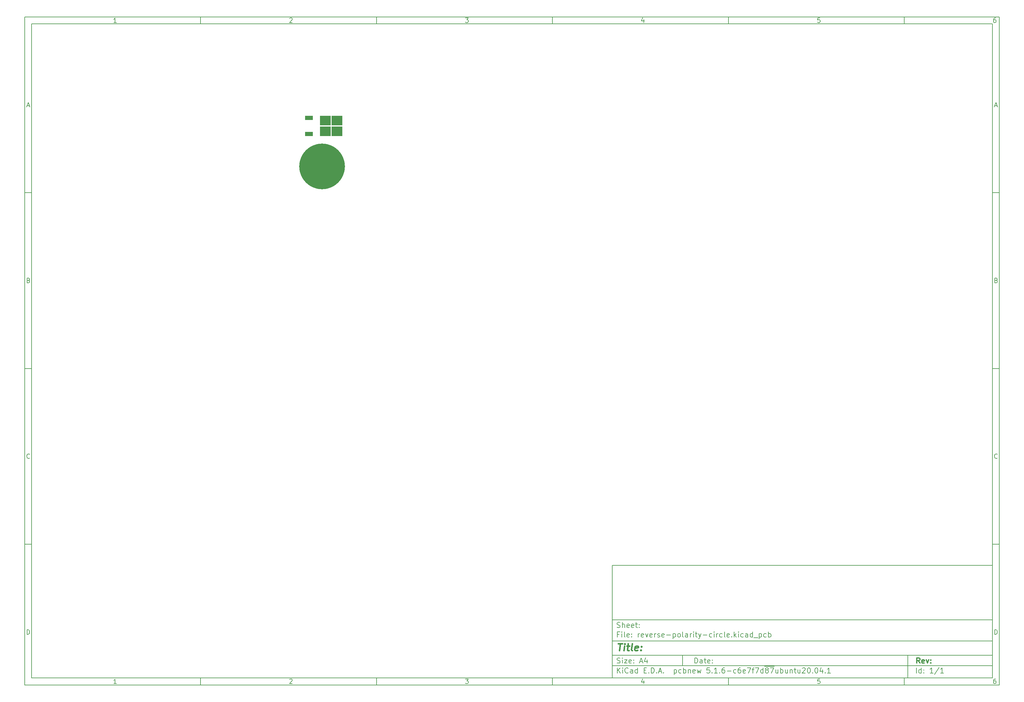
<source format=gbr>
G04 #@! TF.GenerationSoftware,KiCad,Pcbnew,5.1.6-c6e7f7d~87~ubuntu20.04.1*
G04 #@! TF.CreationDate,2020-08-14T09:14:16+02:00*
G04 #@! TF.ProjectId,reverse-polarity-circle,72657665-7273-4652-9d70-6f6c61726974,rev?*
G04 #@! TF.SameCoordinates,Original*
G04 #@! TF.FileFunction,Paste,Top*
G04 #@! TF.FilePolarity,Positive*
%FSLAX46Y46*%
G04 Gerber Fmt 4.6, Leading zero omitted, Abs format (unit mm)*
G04 Created by KiCad (PCBNEW 5.1.6-c6e7f7d~87~ubuntu20.04.1) date 2020-08-14 09:14:16*
%MOMM*%
%LPD*%
G01*
G04 APERTURE LIST*
%ADD10C,0.100000*%
%ADD11C,0.150000*%
%ADD12C,0.300000*%
%ADD13C,0.400000*%
%ADD14R,2.200000X1.200000*%
%ADD15R,3.050000X2.750000*%
%ADD16C,13.000000*%
G04 APERTURE END LIST*
D10*
D11*
X177002200Y-166007200D02*
X177002200Y-198007200D01*
X285002200Y-198007200D01*
X285002200Y-166007200D01*
X177002200Y-166007200D01*
D10*
D11*
X10000000Y-10000000D02*
X10000000Y-200007200D01*
X287002200Y-200007200D01*
X287002200Y-10000000D01*
X10000000Y-10000000D01*
D10*
D11*
X12000000Y-12000000D02*
X12000000Y-198007200D01*
X285002200Y-198007200D01*
X285002200Y-12000000D01*
X12000000Y-12000000D01*
D10*
D11*
X60000000Y-12000000D02*
X60000000Y-10000000D01*
D10*
D11*
X110000000Y-12000000D02*
X110000000Y-10000000D01*
D10*
D11*
X160000000Y-12000000D02*
X160000000Y-10000000D01*
D10*
D11*
X210000000Y-12000000D02*
X210000000Y-10000000D01*
D10*
D11*
X260000000Y-12000000D02*
X260000000Y-10000000D01*
D10*
D11*
X36065476Y-11588095D02*
X35322619Y-11588095D01*
X35694047Y-11588095D02*
X35694047Y-10288095D01*
X35570238Y-10473809D01*
X35446428Y-10597619D01*
X35322619Y-10659523D01*
D10*
D11*
X85322619Y-10411904D02*
X85384523Y-10350000D01*
X85508333Y-10288095D01*
X85817857Y-10288095D01*
X85941666Y-10350000D01*
X86003571Y-10411904D01*
X86065476Y-10535714D01*
X86065476Y-10659523D01*
X86003571Y-10845238D01*
X85260714Y-11588095D01*
X86065476Y-11588095D01*
D10*
D11*
X135260714Y-10288095D02*
X136065476Y-10288095D01*
X135632142Y-10783333D01*
X135817857Y-10783333D01*
X135941666Y-10845238D01*
X136003571Y-10907142D01*
X136065476Y-11030952D01*
X136065476Y-11340476D01*
X136003571Y-11464285D01*
X135941666Y-11526190D01*
X135817857Y-11588095D01*
X135446428Y-11588095D01*
X135322619Y-11526190D01*
X135260714Y-11464285D01*
D10*
D11*
X185941666Y-10721428D02*
X185941666Y-11588095D01*
X185632142Y-10226190D02*
X185322619Y-11154761D01*
X186127380Y-11154761D01*
D10*
D11*
X236003571Y-10288095D02*
X235384523Y-10288095D01*
X235322619Y-10907142D01*
X235384523Y-10845238D01*
X235508333Y-10783333D01*
X235817857Y-10783333D01*
X235941666Y-10845238D01*
X236003571Y-10907142D01*
X236065476Y-11030952D01*
X236065476Y-11340476D01*
X236003571Y-11464285D01*
X235941666Y-11526190D01*
X235817857Y-11588095D01*
X235508333Y-11588095D01*
X235384523Y-11526190D01*
X235322619Y-11464285D01*
D10*
D11*
X285941666Y-10288095D02*
X285694047Y-10288095D01*
X285570238Y-10350000D01*
X285508333Y-10411904D01*
X285384523Y-10597619D01*
X285322619Y-10845238D01*
X285322619Y-11340476D01*
X285384523Y-11464285D01*
X285446428Y-11526190D01*
X285570238Y-11588095D01*
X285817857Y-11588095D01*
X285941666Y-11526190D01*
X286003571Y-11464285D01*
X286065476Y-11340476D01*
X286065476Y-11030952D01*
X286003571Y-10907142D01*
X285941666Y-10845238D01*
X285817857Y-10783333D01*
X285570238Y-10783333D01*
X285446428Y-10845238D01*
X285384523Y-10907142D01*
X285322619Y-11030952D01*
D10*
D11*
X60000000Y-198007200D02*
X60000000Y-200007200D01*
D10*
D11*
X110000000Y-198007200D02*
X110000000Y-200007200D01*
D10*
D11*
X160000000Y-198007200D02*
X160000000Y-200007200D01*
D10*
D11*
X210000000Y-198007200D02*
X210000000Y-200007200D01*
D10*
D11*
X260000000Y-198007200D02*
X260000000Y-200007200D01*
D10*
D11*
X36065476Y-199595295D02*
X35322619Y-199595295D01*
X35694047Y-199595295D02*
X35694047Y-198295295D01*
X35570238Y-198481009D01*
X35446428Y-198604819D01*
X35322619Y-198666723D01*
D10*
D11*
X85322619Y-198419104D02*
X85384523Y-198357200D01*
X85508333Y-198295295D01*
X85817857Y-198295295D01*
X85941666Y-198357200D01*
X86003571Y-198419104D01*
X86065476Y-198542914D01*
X86065476Y-198666723D01*
X86003571Y-198852438D01*
X85260714Y-199595295D01*
X86065476Y-199595295D01*
D10*
D11*
X135260714Y-198295295D02*
X136065476Y-198295295D01*
X135632142Y-198790533D01*
X135817857Y-198790533D01*
X135941666Y-198852438D01*
X136003571Y-198914342D01*
X136065476Y-199038152D01*
X136065476Y-199347676D01*
X136003571Y-199471485D01*
X135941666Y-199533390D01*
X135817857Y-199595295D01*
X135446428Y-199595295D01*
X135322619Y-199533390D01*
X135260714Y-199471485D01*
D10*
D11*
X185941666Y-198728628D02*
X185941666Y-199595295D01*
X185632142Y-198233390D02*
X185322619Y-199161961D01*
X186127380Y-199161961D01*
D10*
D11*
X236003571Y-198295295D02*
X235384523Y-198295295D01*
X235322619Y-198914342D01*
X235384523Y-198852438D01*
X235508333Y-198790533D01*
X235817857Y-198790533D01*
X235941666Y-198852438D01*
X236003571Y-198914342D01*
X236065476Y-199038152D01*
X236065476Y-199347676D01*
X236003571Y-199471485D01*
X235941666Y-199533390D01*
X235817857Y-199595295D01*
X235508333Y-199595295D01*
X235384523Y-199533390D01*
X235322619Y-199471485D01*
D10*
D11*
X285941666Y-198295295D02*
X285694047Y-198295295D01*
X285570238Y-198357200D01*
X285508333Y-198419104D01*
X285384523Y-198604819D01*
X285322619Y-198852438D01*
X285322619Y-199347676D01*
X285384523Y-199471485D01*
X285446428Y-199533390D01*
X285570238Y-199595295D01*
X285817857Y-199595295D01*
X285941666Y-199533390D01*
X286003571Y-199471485D01*
X286065476Y-199347676D01*
X286065476Y-199038152D01*
X286003571Y-198914342D01*
X285941666Y-198852438D01*
X285817857Y-198790533D01*
X285570238Y-198790533D01*
X285446428Y-198852438D01*
X285384523Y-198914342D01*
X285322619Y-199038152D01*
D10*
D11*
X10000000Y-60000000D02*
X12000000Y-60000000D01*
D10*
D11*
X10000000Y-110000000D02*
X12000000Y-110000000D01*
D10*
D11*
X10000000Y-160000000D02*
X12000000Y-160000000D01*
D10*
D11*
X10690476Y-35216666D02*
X11309523Y-35216666D01*
X10566666Y-35588095D02*
X11000000Y-34288095D01*
X11433333Y-35588095D01*
D10*
D11*
X11092857Y-84907142D02*
X11278571Y-84969047D01*
X11340476Y-85030952D01*
X11402380Y-85154761D01*
X11402380Y-85340476D01*
X11340476Y-85464285D01*
X11278571Y-85526190D01*
X11154761Y-85588095D01*
X10659523Y-85588095D01*
X10659523Y-84288095D01*
X11092857Y-84288095D01*
X11216666Y-84350000D01*
X11278571Y-84411904D01*
X11340476Y-84535714D01*
X11340476Y-84659523D01*
X11278571Y-84783333D01*
X11216666Y-84845238D01*
X11092857Y-84907142D01*
X10659523Y-84907142D01*
D10*
D11*
X11402380Y-135464285D02*
X11340476Y-135526190D01*
X11154761Y-135588095D01*
X11030952Y-135588095D01*
X10845238Y-135526190D01*
X10721428Y-135402380D01*
X10659523Y-135278571D01*
X10597619Y-135030952D01*
X10597619Y-134845238D01*
X10659523Y-134597619D01*
X10721428Y-134473809D01*
X10845238Y-134350000D01*
X11030952Y-134288095D01*
X11154761Y-134288095D01*
X11340476Y-134350000D01*
X11402380Y-134411904D01*
D10*
D11*
X10659523Y-185588095D02*
X10659523Y-184288095D01*
X10969047Y-184288095D01*
X11154761Y-184350000D01*
X11278571Y-184473809D01*
X11340476Y-184597619D01*
X11402380Y-184845238D01*
X11402380Y-185030952D01*
X11340476Y-185278571D01*
X11278571Y-185402380D01*
X11154761Y-185526190D01*
X10969047Y-185588095D01*
X10659523Y-185588095D01*
D10*
D11*
X287002200Y-60000000D02*
X285002200Y-60000000D01*
D10*
D11*
X287002200Y-110000000D02*
X285002200Y-110000000D01*
D10*
D11*
X287002200Y-160000000D02*
X285002200Y-160000000D01*
D10*
D11*
X285692676Y-35216666D02*
X286311723Y-35216666D01*
X285568866Y-35588095D02*
X286002200Y-34288095D01*
X286435533Y-35588095D01*
D10*
D11*
X286095057Y-84907142D02*
X286280771Y-84969047D01*
X286342676Y-85030952D01*
X286404580Y-85154761D01*
X286404580Y-85340476D01*
X286342676Y-85464285D01*
X286280771Y-85526190D01*
X286156961Y-85588095D01*
X285661723Y-85588095D01*
X285661723Y-84288095D01*
X286095057Y-84288095D01*
X286218866Y-84350000D01*
X286280771Y-84411904D01*
X286342676Y-84535714D01*
X286342676Y-84659523D01*
X286280771Y-84783333D01*
X286218866Y-84845238D01*
X286095057Y-84907142D01*
X285661723Y-84907142D01*
D10*
D11*
X286404580Y-135464285D02*
X286342676Y-135526190D01*
X286156961Y-135588095D01*
X286033152Y-135588095D01*
X285847438Y-135526190D01*
X285723628Y-135402380D01*
X285661723Y-135278571D01*
X285599819Y-135030952D01*
X285599819Y-134845238D01*
X285661723Y-134597619D01*
X285723628Y-134473809D01*
X285847438Y-134350000D01*
X286033152Y-134288095D01*
X286156961Y-134288095D01*
X286342676Y-134350000D01*
X286404580Y-134411904D01*
D10*
D11*
X285661723Y-185588095D02*
X285661723Y-184288095D01*
X285971247Y-184288095D01*
X286156961Y-184350000D01*
X286280771Y-184473809D01*
X286342676Y-184597619D01*
X286404580Y-184845238D01*
X286404580Y-185030952D01*
X286342676Y-185278571D01*
X286280771Y-185402380D01*
X286156961Y-185526190D01*
X285971247Y-185588095D01*
X285661723Y-185588095D01*
D10*
D11*
X200434342Y-193785771D02*
X200434342Y-192285771D01*
X200791485Y-192285771D01*
X201005771Y-192357200D01*
X201148628Y-192500057D01*
X201220057Y-192642914D01*
X201291485Y-192928628D01*
X201291485Y-193142914D01*
X201220057Y-193428628D01*
X201148628Y-193571485D01*
X201005771Y-193714342D01*
X200791485Y-193785771D01*
X200434342Y-193785771D01*
X202577200Y-193785771D02*
X202577200Y-193000057D01*
X202505771Y-192857200D01*
X202362914Y-192785771D01*
X202077200Y-192785771D01*
X201934342Y-192857200D01*
X202577200Y-193714342D02*
X202434342Y-193785771D01*
X202077200Y-193785771D01*
X201934342Y-193714342D01*
X201862914Y-193571485D01*
X201862914Y-193428628D01*
X201934342Y-193285771D01*
X202077200Y-193214342D01*
X202434342Y-193214342D01*
X202577200Y-193142914D01*
X203077200Y-192785771D02*
X203648628Y-192785771D01*
X203291485Y-192285771D02*
X203291485Y-193571485D01*
X203362914Y-193714342D01*
X203505771Y-193785771D01*
X203648628Y-193785771D01*
X204720057Y-193714342D02*
X204577200Y-193785771D01*
X204291485Y-193785771D01*
X204148628Y-193714342D01*
X204077200Y-193571485D01*
X204077200Y-193000057D01*
X204148628Y-192857200D01*
X204291485Y-192785771D01*
X204577200Y-192785771D01*
X204720057Y-192857200D01*
X204791485Y-193000057D01*
X204791485Y-193142914D01*
X204077200Y-193285771D01*
X205434342Y-193642914D02*
X205505771Y-193714342D01*
X205434342Y-193785771D01*
X205362914Y-193714342D01*
X205434342Y-193642914D01*
X205434342Y-193785771D01*
X205434342Y-192857200D02*
X205505771Y-192928628D01*
X205434342Y-193000057D01*
X205362914Y-192928628D01*
X205434342Y-192857200D01*
X205434342Y-193000057D01*
D10*
D11*
X177002200Y-194507200D02*
X285002200Y-194507200D01*
D10*
D11*
X178434342Y-196585771D02*
X178434342Y-195085771D01*
X179291485Y-196585771D02*
X178648628Y-195728628D01*
X179291485Y-195085771D02*
X178434342Y-195942914D01*
X179934342Y-196585771D02*
X179934342Y-195585771D01*
X179934342Y-195085771D02*
X179862914Y-195157200D01*
X179934342Y-195228628D01*
X180005771Y-195157200D01*
X179934342Y-195085771D01*
X179934342Y-195228628D01*
X181505771Y-196442914D02*
X181434342Y-196514342D01*
X181220057Y-196585771D01*
X181077200Y-196585771D01*
X180862914Y-196514342D01*
X180720057Y-196371485D01*
X180648628Y-196228628D01*
X180577200Y-195942914D01*
X180577200Y-195728628D01*
X180648628Y-195442914D01*
X180720057Y-195300057D01*
X180862914Y-195157200D01*
X181077200Y-195085771D01*
X181220057Y-195085771D01*
X181434342Y-195157200D01*
X181505771Y-195228628D01*
X182791485Y-196585771D02*
X182791485Y-195800057D01*
X182720057Y-195657200D01*
X182577200Y-195585771D01*
X182291485Y-195585771D01*
X182148628Y-195657200D01*
X182791485Y-196514342D02*
X182648628Y-196585771D01*
X182291485Y-196585771D01*
X182148628Y-196514342D01*
X182077200Y-196371485D01*
X182077200Y-196228628D01*
X182148628Y-196085771D01*
X182291485Y-196014342D01*
X182648628Y-196014342D01*
X182791485Y-195942914D01*
X184148628Y-196585771D02*
X184148628Y-195085771D01*
X184148628Y-196514342D02*
X184005771Y-196585771D01*
X183720057Y-196585771D01*
X183577200Y-196514342D01*
X183505771Y-196442914D01*
X183434342Y-196300057D01*
X183434342Y-195871485D01*
X183505771Y-195728628D01*
X183577200Y-195657200D01*
X183720057Y-195585771D01*
X184005771Y-195585771D01*
X184148628Y-195657200D01*
X186005771Y-195800057D02*
X186505771Y-195800057D01*
X186720057Y-196585771D02*
X186005771Y-196585771D01*
X186005771Y-195085771D01*
X186720057Y-195085771D01*
X187362914Y-196442914D02*
X187434342Y-196514342D01*
X187362914Y-196585771D01*
X187291485Y-196514342D01*
X187362914Y-196442914D01*
X187362914Y-196585771D01*
X188077200Y-196585771D02*
X188077200Y-195085771D01*
X188434342Y-195085771D01*
X188648628Y-195157200D01*
X188791485Y-195300057D01*
X188862914Y-195442914D01*
X188934342Y-195728628D01*
X188934342Y-195942914D01*
X188862914Y-196228628D01*
X188791485Y-196371485D01*
X188648628Y-196514342D01*
X188434342Y-196585771D01*
X188077200Y-196585771D01*
X189577200Y-196442914D02*
X189648628Y-196514342D01*
X189577200Y-196585771D01*
X189505771Y-196514342D01*
X189577200Y-196442914D01*
X189577200Y-196585771D01*
X190220057Y-196157200D02*
X190934342Y-196157200D01*
X190077200Y-196585771D02*
X190577200Y-195085771D01*
X191077200Y-196585771D01*
X191577200Y-196442914D02*
X191648628Y-196514342D01*
X191577200Y-196585771D01*
X191505771Y-196514342D01*
X191577200Y-196442914D01*
X191577200Y-196585771D01*
X194577200Y-195585771D02*
X194577200Y-197085771D01*
X194577200Y-195657200D02*
X194720057Y-195585771D01*
X195005771Y-195585771D01*
X195148628Y-195657200D01*
X195220057Y-195728628D01*
X195291485Y-195871485D01*
X195291485Y-196300057D01*
X195220057Y-196442914D01*
X195148628Y-196514342D01*
X195005771Y-196585771D01*
X194720057Y-196585771D01*
X194577200Y-196514342D01*
X196577200Y-196514342D02*
X196434342Y-196585771D01*
X196148628Y-196585771D01*
X196005771Y-196514342D01*
X195934342Y-196442914D01*
X195862914Y-196300057D01*
X195862914Y-195871485D01*
X195934342Y-195728628D01*
X196005771Y-195657200D01*
X196148628Y-195585771D01*
X196434342Y-195585771D01*
X196577200Y-195657200D01*
X197220057Y-196585771D02*
X197220057Y-195085771D01*
X197220057Y-195657200D02*
X197362914Y-195585771D01*
X197648628Y-195585771D01*
X197791485Y-195657200D01*
X197862914Y-195728628D01*
X197934342Y-195871485D01*
X197934342Y-196300057D01*
X197862914Y-196442914D01*
X197791485Y-196514342D01*
X197648628Y-196585771D01*
X197362914Y-196585771D01*
X197220057Y-196514342D01*
X198577200Y-195585771D02*
X198577200Y-196585771D01*
X198577200Y-195728628D02*
X198648628Y-195657200D01*
X198791485Y-195585771D01*
X199005771Y-195585771D01*
X199148628Y-195657200D01*
X199220057Y-195800057D01*
X199220057Y-196585771D01*
X200505771Y-196514342D02*
X200362914Y-196585771D01*
X200077200Y-196585771D01*
X199934342Y-196514342D01*
X199862914Y-196371485D01*
X199862914Y-195800057D01*
X199934342Y-195657200D01*
X200077200Y-195585771D01*
X200362914Y-195585771D01*
X200505771Y-195657200D01*
X200577200Y-195800057D01*
X200577200Y-195942914D01*
X199862914Y-196085771D01*
X201077200Y-195585771D02*
X201362914Y-196585771D01*
X201648628Y-195871485D01*
X201934342Y-196585771D01*
X202220057Y-195585771D01*
X204648628Y-195085771D02*
X203934342Y-195085771D01*
X203862914Y-195800057D01*
X203934342Y-195728628D01*
X204077200Y-195657200D01*
X204434342Y-195657200D01*
X204577200Y-195728628D01*
X204648628Y-195800057D01*
X204720057Y-195942914D01*
X204720057Y-196300057D01*
X204648628Y-196442914D01*
X204577200Y-196514342D01*
X204434342Y-196585771D01*
X204077200Y-196585771D01*
X203934342Y-196514342D01*
X203862914Y-196442914D01*
X205362914Y-196442914D02*
X205434342Y-196514342D01*
X205362914Y-196585771D01*
X205291485Y-196514342D01*
X205362914Y-196442914D01*
X205362914Y-196585771D01*
X206862914Y-196585771D02*
X206005771Y-196585771D01*
X206434342Y-196585771D02*
X206434342Y-195085771D01*
X206291485Y-195300057D01*
X206148628Y-195442914D01*
X206005771Y-195514342D01*
X207505771Y-196442914D02*
X207577200Y-196514342D01*
X207505771Y-196585771D01*
X207434342Y-196514342D01*
X207505771Y-196442914D01*
X207505771Y-196585771D01*
X208862914Y-195085771D02*
X208577200Y-195085771D01*
X208434342Y-195157200D01*
X208362914Y-195228628D01*
X208220057Y-195442914D01*
X208148628Y-195728628D01*
X208148628Y-196300057D01*
X208220057Y-196442914D01*
X208291485Y-196514342D01*
X208434342Y-196585771D01*
X208720057Y-196585771D01*
X208862914Y-196514342D01*
X208934342Y-196442914D01*
X209005771Y-196300057D01*
X209005771Y-195942914D01*
X208934342Y-195800057D01*
X208862914Y-195728628D01*
X208720057Y-195657200D01*
X208434342Y-195657200D01*
X208291485Y-195728628D01*
X208220057Y-195800057D01*
X208148628Y-195942914D01*
X209648628Y-196014342D02*
X210791485Y-196014342D01*
X212148628Y-196514342D02*
X212005771Y-196585771D01*
X211720057Y-196585771D01*
X211577200Y-196514342D01*
X211505771Y-196442914D01*
X211434342Y-196300057D01*
X211434342Y-195871485D01*
X211505771Y-195728628D01*
X211577200Y-195657200D01*
X211720057Y-195585771D01*
X212005771Y-195585771D01*
X212148628Y-195657200D01*
X213434342Y-195085771D02*
X213148628Y-195085771D01*
X213005771Y-195157200D01*
X212934342Y-195228628D01*
X212791485Y-195442914D01*
X212720057Y-195728628D01*
X212720057Y-196300057D01*
X212791485Y-196442914D01*
X212862914Y-196514342D01*
X213005771Y-196585771D01*
X213291485Y-196585771D01*
X213434342Y-196514342D01*
X213505771Y-196442914D01*
X213577200Y-196300057D01*
X213577200Y-195942914D01*
X213505771Y-195800057D01*
X213434342Y-195728628D01*
X213291485Y-195657200D01*
X213005771Y-195657200D01*
X212862914Y-195728628D01*
X212791485Y-195800057D01*
X212720057Y-195942914D01*
X214791485Y-196514342D02*
X214648628Y-196585771D01*
X214362914Y-196585771D01*
X214220057Y-196514342D01*
X214148628Y-196371485D01*
X214148628Y-195800057D01*
X214220057Y-195657200D01*
X214362914Y-195585771D01*
X214648628Y-195585771D01*
X214791485Y-195657200D01*
X214862914Y-195800057D01*
X214862914Y-195942914D01*
X214148628Y-196085771D01*
X215362914Y-195085771D02*
X216362914Y-195085771D01*
X215720057Y-196585771D01*
X216720057Y-195585771D02*
X217291485Y-195585771D01*
X216934342Y-196585771D02*
X216934342Y-195300057D01*
X217005771Y-195157200D01*
X217148628Y-195085771D01*
X217291485Y-195085771D01*
X217648628Y-195085771D02*
X218648628Y-195085771D01*
X218005771Y-196585771D01*
X219862914Y-196585771D02*
X219862914Y-195085771D01*
X219862914Y-196514342D02*
X219720057Y-196585771D01*
X219434342Y-196585771D01*
X219291485Y-196514342D01*
X219220057Y-196442914D01*
X219148628Y-196300057D01*
X219148628Y-195871485D01*
X219220057Y-195728628D01*
X219291485Y-195657200D01*
X219434342Y-195585771D01*
X219720057Y-195585771D01*
X219862914Y-195657200D01*
X220220057Y-194677200D02*
X221648628Y-194677200D01*
X220791485Y-195728628D02*
X220648628Y-195657200D01*
X220577200Y-195585771D01*
X220505771Y-195442914D01*
X220505771Y-195371485D01*
X220577200Y-195228628D01*
X220648628Y-195157200D01*
X220791485Y-195085771D01*
X221077200Y-195085771D01*
X221220057Y-195157200D01*
X221291485Y-195228628D01*
X221362914Y-195371485D01*
X221362914Y-195442914D01*
X221291485Y-195585771D01*
X221220057Y-195657200D01*
X221077200Y-195728628D01*
X220791485Y-195728628D01*
X220648628Y-195800057D01*
X220577200Y-195871485D01*
X220505771Y-196014342D01*
X220505771Y-196300057D01*
X220577200Y-196442914D01*
X220648628Y-196514342D01*
X220791485Y-196585771D01*
X221077200Y-196585771D01*
X221220057Y-196514342D01*
X221291485Y-196442914D01*
X221362914Y-196300057D01*
X221362914Y-196014342D01*
X221291485Y-195871485D01*
X221220057Y-195800057D01*
X221077200Y-195728628D01*
X221648628Y-194677200D02*
X223077200Y-194677200D01*
X221862914Y-195085771D02*
X222862914Y-195085771D01*
X222220057Y-196585771D01*
X224077200Y-195585771D02*
X224077200Y-196585771D01*
X223434342Y-195585771D02*
X223434342Y-196371485D01*
X223505771Y-196514342D01*
X223648628Y-196585771D01*
X223862914Y-196585771D01*
X224005771Y-196514342D01*
X224077200Y-196442914D01*
X224791485Y-196585771D02*
X224791485Y-195085771D01*
X224791485Y-195657200D02*
X224934342Y-195585771D01*
X225220057Y-195585771D01*
X225362914Y-195657200D01*
X225434342Y-195728628D01*
X225505771Y-195871485D01*
X225505771Y-196300057D01*
X225434342Y-196442914D01*
X225362914Y-196514342D01*
X225220057Y-196585771D01*
X224934342Y-196585771D01*
X224791485Y-196514342D01*
X226791485Y-195585771D02*
X226791485Y-196585771D01*
X226148628Y-195585771D02*
X226148628Y-196371485D01*
X226220057Y-196514342D01*
X226362914Y-196585771D01*
X226577200Y-196585771D01*
X226720057Y-196514342D01*
X226791485Y-196442914D01*
X227505771Y-195585771D02*
X227505771Y-196585771D01*
X227505771Y-195728628D02*
X227577200Y-195657200D01*
X227720057Y-195585771D01*
X227934342Y-195585771D01*
X228077200Y-195657200D01*
X228148628Y-195800057D01*
X228148628Y-196585771D01*
X228648628Y-195585771D02*
X229220057Y-195585771D01*
X228862914Y-195085771D02*
X228862914Y-196371485D01*
X228934342Y-196514342D01*
X229077200Y-196585771D01*
X229220057Y-196585771D01*
X230362914Y-195585771D02*
X230362914Y-196585771D01*
X229720057Y-195585771D02*
X229720057Y-196371485D01*
X229791485Y-196514342D01*
X229934342Y-196585771D01*
X230148628Y-196585771D01*
X230291485Y-196514342D01*
X230362914Y-196442914D01*
X231005771Y-195228628D02*
X231077200Y-195157200D01*
X231220057Y-195085771D01*
X231577200Y-195085771D01*
X231720057Y-195157200D01*
X231791485Y-195228628D01*
X231862914Y-195371485D01*
X231862914Y-195514342D01*
X231791485Y-195728628D01*
X230934342Y-196585771D01*
X231862914Y-196585771D01*
X232791485Y-195085771D02*
X232934342Y-195085771D01*
X233077200Y-195157200D01*
X233148628Y-195228628D01*
X233220057Y-195371485D01*
X233291485Y-195657200D01*
X233291485Y-196014342D01*
X233220057Y-196300057D01*
X233148628Y-196442914D01*
X233077200Y-196514342D01*
X232934342Y-196585771D01*
X232791485Y-196585771D01*
X232648628Y-196514342D01*
X232577200Y-196442914D01*
X232505771Y-196300057D01*
X232434342Y-196014342D01*
X232434342Y-195657200D01*
X232505771Y-195371485D01*
X232577200Y-195228628D01*
X232648628Y-195157200D01*
X232791485Y-195085771D01*
X233934342Y-196442914D02*
X234005771Y-196514342D01*
X233934342Y-196585771D01*
X233862914Y-196514342D01*
X233934342Y-196442914D01*
X233934342Y-196585771D01*
X234934342Y-195085771D02*
X235077200Y-195085771D01*
X235220057Y-195157200D01*
X235291485Y-195228628D01*
X235362914Y-195371485D01*
X235434342Y-195657200D01*
X235434342Y-196014342D01*
X235362914Y-196300057D01*
X235291485Y-196442914D01*
X235220057Y-196514342D01*
X235077200Y-196585771D01*
X234934342Y-196585771D01*
X234791485Y-196514342D01*
X234720057Y-196442914D01*
X234648628Y-196300057D01*
X234577200Y-196014342D01*
X234577200Y-195657200D01*
X234648628Y-195371485D01*
X234720057Y-195228628D01*
X234791485Y-195157200D01*
X234934342Y-195085771D01*
X236720057Y-195585771D02*
X236720057Y-196585771D01*
X236362914Y-195014342D02*
X236005771Y-196085771D01*
X236934342Y-196085771D01*
X237505771Y-196442914D02*
X237577199Y-196514342D01*
X237505771Y-196585771D01*
X237434342Y-196514342D01*
X237505771Y-196442914D01*
X237505771Y-196585771D01*
X239005771Y-196585771D02*
X238148628Y-196585771D01*
X238577200Y-196585771D02*
X238577200Y-195085771D01*
X238434342Y-195300057D01*
X238291485Y-195442914D01*
X238148628Y-195514342D01*
D10*
D11*
X177002200Y-191507200D02*
X285002200Y-191507200D01*
D10*
D12*
X264411485Y-193785771D02*
X263911485Y-193071485D01*
X263554342Y-193785771D02*
X263554342Y-192285771D01*
X264125771Y-192285771D01*
X264268628Y-192357200D01*
X264340057Y-192428628D01*
X264411485Y-192571485D01*
X264411485Y-192785771D01*
X264340057Y-192928628D01*
X264268628Y-193000057D01*
X264125771Y-193071485D01*
X263554342Y-193071485D01*
X265625771Y-193714342D02*
X265482914Y-193785771D01*
X265197200Y-193785771D01*
X265054342Y-193714342D01*
X264982914Y-193571485D01*
X264982914Y-193000057D01*
X265054342Y-192857200D01*
X265197200Y-192785771D01*
X265482914Y-192785771D01*
X265625771Y-192857200D01*
X265697200Y-193000057D01*
X265697200Y-193142914D01*
X264982914Y-193285771D01*
X266197200Y-192785771D02*
X266554342Y-193785771D01*
X266911485Y-192785771D01*
X267482914Y-193642914D02*
X267554342Y-193714342D01*
X267482914Y-193785771D01*
X267411485Y-193714342D01*
X267482914Y-193642914D01*
X267482914Y-193785771D01*
X267482914Y-192857200D02*
X267554342Y-192928628D01*
X267482914Y-193000057D01*
X267411485Y-192928628D01*
X267482914Y-192857200D01*
X267482914Y-193000057D01*
D10*
D11*
X178362914Y-193714342D02*
X178577200Y-193785771D01*
X178934342Y-193785771D01*
X179077200Y-193714342D01*
X179148628Y-193642914D01*
X179220057Y-193500057D01*
X179220057Y-193357200D01*
X179148628Y-193214342D01*
X179077200Y-193142914D01*
X178934342Y-193071485D01*
X178648628Y-193000057D01*
X178505771Y-192928628D01*
X178434342Y-192857200D01*
X178362914Y-192714342D01*
X178362914Y-192571485D01*
X178434342Y-192428628D01*
X178505771Y-192357200D01*
X178648628Y-192285771D01*
X179005771Y-192285771D01*
X179220057Y-192357200D01*
X179862914Y-193785771D02*
X179862914Y-192785771D01*
X179862914Y-192285771D02*
X179791485Y-192357200D01*
X179862914Y-192428628D01*
X179934342Y-192357200D01*
X179862914Y-192285771D01*
X179862914Y-192428628D01*
X180434342Y-192785771D02*
X181220057Y-192785771D01*
X180434342Y-193785771D01*
X181220057Y-193785771D01*
X182362914Y-193714342D02*
X182220057Y-193785771D01*
X181934342Y-193785771D01*
X181791485Y-193714342D01*
X181720057Y-193571485D01*
X181720057Y-193000057D01*
X181791485Y-192857200D01*
X181934342Y-192785771D01*
X182220057Y-192785771D01*
X182362914Y-192857200D01*
X182434342Y-193000057D01*
X182434342Y-193142914D01*
X181720057Y-193285771D01*
X183077200Y-193642914D02*
X183148628Y-193714342D01*
X183077200Y-193785771D01*
X183005771Y-193714342D01*
X183077200Y-193642914D01*
X183077200Y-193785771D01*
X183077200Y-192857200D02*
X183148628Y-192928628D01*
X183077200Y-193000057D01*
X183005771Y-192928628D01*
X183077200Y-192857200D01*
X183077200Y-193000057D01*
X184862914Y-193357200D02*
X185577200Y-193357200D01*
X184720057Y-193785771D02*
X185220057Y-192285771D01*
X185720057Y-193785771D01*
X186862914Y-192785771D02*
X186862914Y-193785771D01*
X186505771Y-192214342D02*
X186148628Y-193285771D01*
X187077200Y-193285771D01*
D10*
D11*
X263434342Y-196585771D02*
X263434342Y-195085771D01*
X264791485Y-196585771D02*
X264791485Y-195085771D01*
X264791485Y-196514342D02*
X264648628Y-196585771D01*
X264362914Y-196585771D01*
X264220057Y-196514342D01*
X264148628Y-196442914D01*
X264077200Y-196300057D01*
X264077200Y-195871485D01*
X264148628Y-195728628D01*
X264220057Y-195657200D01*
X264362914Y-195585771D01*
X264648628Y-195585771D01*
X264791485Y-195657200D01*
X265505771Y-196442914D02*
X265577200Y-196514342D01*
X265505771Y-196585771D01*
X265434342Y-196514342D01*
X265505771Y-196442914D01*
X265505771Y-196585771D01*
X265505771Y-195657200D02*
X265577200Y-195728628D01*
X265505771Y-195800057D01*
X265434342Y-195728628D01*
X265505771Y-195657200D01*
X265505771Y-195800057D01*
X268148628Y-196585771D02*
X267291485Y-196585771D01*
X267720057Y-196585771D02*
X267720057Y-195085771D01*
X267577200Y-195300057D01*
X267434342Y-195442914D01*
X267291485Y-195514342D01*
X269862914Y-195014342D02*
X268577200Y-196942914D01*
X271148628Y-196585771D02*
X270291485Y-196585771D01*
X270720057Y-196585771D02*
X270720057Y-195085771D01*
X270577200Y-195300057D01*
X270434342Y-195442914D01*
X270291485Y-195514342D01*
D10*
D11*
X177002200Y-187507200D02*
X285002200Y-187507200D01*
D10*
D13*
X178714580Y-188211961D02*
X179857438Y-188211961D01*
X179036009Y-190211961D02*
X179286009Y-188211961D01*
X180274104Y-190211961D02*
X180440771Y-188878628D01*
X180524104Y-188211961D02*
X180416961Y-188307200D01*
X180500295Y-188402438D01*
X180607438Y-188307200D01*
X180524104Y-188211961D01*
X180500295Y-188402438D01*
X181107438Y-188878628D02*
X181869342Y-188878628D01*
X181476485Y-188211961D02*
X181262200Y-189926247D01*
X181333628Y-190116723D01*
X181512200Y-190211961D01*
X181702676Y-190211961D01*
X182655057Y-190211961D02*
X182476485Y-190116723D01*
X182405057Y-189926247D01*
X182619342Y-188211961D01*
X184190771Y-190116723D02*
X183988390Y-190211961D01*
X183607438Y-190211961D01*
X183428866Y-190116723D01*
X183357438Y-189926247D01*
X183452676Y-189164342D01*
X183571723Y-188973866D01*
X183774104Y-188878628D01*
X184155057Y-188878628D01*
X184333628Y-188973866D01*
X184405057Y-189164342D01*
X184381247Y-189354819D01*
X183405057Y-189545295D01*
X185155057Y-190021485D02*
X185238390Y-190116723D01*
X185131247Y-190211961D01*
X185047914Y-190116723D01*
X185155057Y-190021485D01*
X185131247Y-190211961D01*
X185286009Y-188973866D02*
X185369342Y-189069104D01*
X185262200Y-189164342D01*
X185178866Y-189069104D01*
X185286009Y-188973866D01*
X185262200Y-189164342D01*
D10*
D11*
X178934342Y-185600057D02*
X178434342Y-185600057D01*
X178434342Y-186385771D02*
X178434342Y-184885771D01*
X179148628Y-184885771D01*
X179720057Y-186385771D02*
X179720057Y-185385771D01*
X179720057Y-184885771D02*
X179648628Y-184957200D01*
X179720057Y-185028628D01*
X179791485Y-184957200D01*
X179720057Y-184885771D01*
X179720057Y-185028628D01*
X180648628Y-186385771D02*
X180505771Y-186314342D01*
X180434342Y-186171485D01*
X180434342Y-184885771D01*
X181791485Y-186314342D02*
X181648628Y-186385771D01*
X181362914Y-186385771D01*
X181220057Y-186314342D01*
X181148628Y-186171485D01*
X181148628Y-185600057D01*
X181220057Y-185457200D01*
X181362914Y-185385771D01*
X181648628Y-185385771D01*
X181791485Y-185457200D01*
X181862914Y-185600057D01*
X181862914Y-185742914D01*
X181148628Y-185885771D01*
X182505771Y-186242914D02*
X182577200Y-186314342D01*
X182505771Y-186385771D01*
X182434342Y-186314342D01*
X182505771Y-186242914D01*
X182505771Y-186385771D01*
X182505771Y-185457200D02*
X182577200Y-185528628D01*
X182505771Y-185600057D01*
X182434342Y-185528628D01*
X182505771Y-185457200D01*
X182505771Y-185600057D01*
X184362914Y-186385771D02*
X184362914Y-185385771D01*
X184362914Y-185671485D02*
X184434342Y-185528628D01*
X184505771Y-185457200D01*
X184648628Y-185385771D01*
X184791485Y-185385771D01*
X185862914Y-186314342D02*
X185720057Y-186385771D01*
X185434342Y-186385771D01*
X185291485Y-186314342D01*
X185220057Y-186171485D01*
X185220057Y-185600057D01*
X185291485Y-185457200D01*
X185434342Y-185385771D01*
X185720057Y-185385771D01*
X185862914Y-185457200D01*
X185934342Y-185600057D01*
X185934342Y-185742914D01*
X185220057Y-185885771D01*
X186434342Y-185385771D02*
X186791485Y-186385771D01*
X187148628Y-185385771D01*
X188291485Y-186314342D02*
X188148628Y-186385771D01*
X187862914Y-186385771D01*
X187720057Y-186314342D01*
X187648628Y-186171485D01*
X187648628Y-185600057D01*
X187720057Y-185457200D01*
X187862914Y-185385771D01*
X188148628Y-185385771D01*
X188291485Y-185457200D01*
X188362914Y-185600057D01*
X188362914Y-185742914D01*
X187648628Y-185885771D01*
X189005771Y-186385771D02*
X189005771Y-185385771D01*
X189005771Y-185671485D02*
X189077200Y-185528628D01*
X189148628Y-185457200D01*
X189291485Y-185385771D01*
X189434342Y-185385771D01*
X189862914Y-186314342D02*
X190005771Y-186385771D01*
X190291485Y-186385771D01*
X190434342Y-186314342D01*
X190505771Y-186171485D01*
X190505771Y-186100057D01*
X190434342Y-185957200D01*
X190291485Y-185885771D01*
X190077200Y-185885771D01*
X189934342Y-185814342D01*
X189862914Y-185671485D01*
X189862914Y-185600057D01*
X189934342Y-185457200D01*
X190077200Y-185385771D01*
X190291485Y-185385771D01*
X190434342Y-185457200D01*
X191720057Y-186314342D02*
X191577200Y-186385771D01*
X191291485Y-186385771D01*
X191148628Y-186314342D01*
X191077200Y-186171485D01*
X191077200Y-185600057D01*
X191148628Y-185457200D01*
X191291485Y-185385771D01*
X191577200Y-185385771D01*
X191720057Y-185457200D01*
X191791485Y-185600057D01*
X191791485Y-185742914D01*
X191077200Y-185885771D01*
X192434342Y-185814342D02*
X193577200Y-185814342D01*
X194291485Y-185385771D02*
X194291485Y-186885771D01*
X194291485Y-185457200D02*
X194434342Y-185385771D01*
X194720057Y-185385771D01*
X194862914Y-185457200D01*
X194934342Y-185528628D01*
X195005771Y-185671485D01*
X195005771Y-186100057D01*
X194934342Y-186242914D01*
X194862914Y-186314342D01*
X194720057Y-186385771D01*
X194434342Y-186385771D01*
X194291485Y-186314342D01*
X195862914Y-186385771D02*
X195720057Y-186314342D01*
X195648628Y-186242914D01*
X195577200Y-186100057D01*
X195577200Y-185671485D01*
X195648628Y-185528628D01*
X195720057Y-185457200D01*
X195862914Y-185385771D01*
X196077200Y-185385771D01*
X196220057Y-185457200D01*
X196291485Y-185528628D01*
X196362914Y-185671485D01*
X196362914Y-186100057D01*
X196291485Y-186242914D01*
X196220057Y-186314342D01*
X196077200Y-186385771D01*
X195862914Y-186385771D01*
X197220057Y-186385771D02*
X197077200Y-186314342D01*
X197005771Y-186171485D01*
X197005771Y-184885771D01*
X198434342Y-186385771D02*
X198434342Y-185600057D01*
X198362914Y-185457200D01*
X198220057Y-185385771D01*
X197934342Y-185385771D01*
X197791485Y-185457200D01*
X198434342Y-186314342D02*
X198291485Y-186385771D01*
X197934342Y-186385771D01*
X197791485Y-186314342D01*
X197720057Y-186171485D01*
X197720057Y-186028628D01*
X197791485Y-185885771D01*
X197934342Y-185814342D01*
X198291485Y-185814342D01*
X198434342Y-185742914D01*
X199148628Y-186385771D02*
X199148628Y-185385771D01*
X199148628Y-185671485D02*
X199220057Y-185528628D01*
X199291485Y-185457200D01*
X199434342Y-185385771D01*
X199577200Y-185385771D01*
X200077200Y-186385771D02*
X200077200Y-185385771D01*
X200077200Y-184885771D02*
X200005771Y-184957200D01*
X200077200Y-185028628D01*
X200148628Y-184957200D01*
X200077200Y-184885771D01*
X200077200Y-185028628D01*
X200577200Y-185385771D02*
X201148628Y-185385771D01*
X200791485Y-184885771D02*
X200791485Y-186171485D01*
X200862914Y-186314342D01*
X201005771Y-186385771D01*
X201148628Y-186385771D01*
X201505771Y-185385771D02*
X201862914Y-186385771D01*
X202220057Y-185385771D02*
X201862914Y-186385771D01*
X201720057Y-186742914D01*
X201648628Y-186814342D01*
X201505771Y-186885771D01*
X202791485Y-185814342D02*
X203934342Y-185814342D01*
X205291485Y-186314342D02*
X205148628Y-186385771D01*
X204862914Y-186385771D01*
X204720057Y-186314342D01*
X204648628Y-186242914D01*
X204577200Y-186100057D01*
X204577200Y-185671485D01*
X204648628Y-185528628D01*
X204720057Y-185457200D01*
X204862914Y-185385771D01*
X205148628Y-185385771D01*
X205291485Y-185457200D01*
X205934342Y-186385771D02*
X205934342Y-185385771D01*
X205934342Y-184885771D02*
X205862914Y-184957200D01*
X205934342Y-185028628D01*
X206005771Y-184957200D01*
X205934342Y-184885771D01*
X205934342Y-185028628D01*
X206648628Y-186385771D02*
X206648628Y-185385771D01*
X206648628Y-185671485D02*
X206720057Y-185528628D01*
X206791485Y-185457200D01*
X206934342Y-185385771D01*
X207077200Y-185385771D01*
X208220057Y-186314342D02*
X208077200Y-186385771D01*
X207791485Y-186385771D01*
X207648628Y-186314342D01*
X207577200Y-186242914D01*
X207505771Y-186100057D01*
X207505771Y-185671485D01*
X207577200Y-185528628D01*
X207648628Y-185457200D01*
X207791485Y-185385771D01*
X208077200Y-185385771D01*
X208220057Y-185457200D01*
X209077200Y-186385771D02*
X208934342Y-186314342D01*
X208862914Y-186171485D01*
X208862914Y-184885771D01*
X210220057Y-186314342D02*
X210077200Y-186385771D01*
X209791485Y-186385771D01*
X209648628Y-186314342D01*
X209577200Y-186171485D01*
X209577200Y-185600057D01*
X209648628Y-185457200D01*
X209791485Y-185385771D01*
X210077200Y-185385771D01*
X210220057Y-185457200D01*
X210291485Y-185600057D01*
X210291485Y-185742914D01*
X209577200Y-185885771D01*
X210934342Y-186242914D02*
X211005771Y-186314342D01*
X210934342Y-186385771D01*
X210862914Y-186314342D01*
X210934342Y-186242914D01*
X210934342Y-186385771D01*
X211648628Y-186385771D02*
X211648628Y-184885771D01*
X211791485Y-185814342D02*
X212220057Y-186385771D01*
X212220057Y-185385771D02*
X211648628Y-185957200D01*
X212862914Y-186385771D02*
X212862914Y-185385771D01*
X212862914Y-184885771D02*
X212791485Y-184957200D01*
X212862914Y-185028628D01*
X212934342Y-184957200D01*
X212862914Y-184885771D01*
X212862914Y-185028628D01*
X214220057Y-186314342D02*
X214077200Y-186385771D01*
X213791485Y-186385771D01*
X213648628Y-186314342D01*
X213577200Y-186242914D01*
X213505771Y-186100057D01*
X213505771Y-185671485D01*
X213577200Y-185528628D01*
X213648628Y-185457200D01*
X213791485Y-185385771D01*
X214077200Y-185385771D01*
X214220057Y-185457200D01*
X215505771Y-186385771D02*
X215505771Y-185600057D01*
X215434342Y-185457200D01*
X215291485Y-185385771D01*
X215005771Y-185385771D01*
X214862914Y-185457200D01*
X215505771Y-186314342D02*
X215362914Y-186385771D01*
X215005771Y-186385771D01*
X214862914Y-186314342D01*
X214791485Y-186171485D01*
X214791485Y-186028628D01*
X214862914Y-185885771D01*
X215005771Y-185814342D01*
X215362914Y-185814342D01*
X215505771Y-185742914D01*
X216862914Y-186385771D02*
X216862914Y-184885771D01*
X216862914Y-186314342D02*
X216720057Y-186385771D01*
X216434342Y-186385771D01*
X216291485Y-186314342D01*
X216220057Y-186242914D01*
X216148628Y-186100057D01*
X216148628Y-185671485D01*
X216220057Y-185528628D01*
X216291485Y-185457200D01*
X216434342Y-185385771D01*
X216720057Y-185385771D01*
X216862914Y-185457200D01*
X217220057Y-186528628D02*
X218362914Y-186528628D01*
X218720057Y-185385771D02*
X218720057Y-186885771D01*
X218720057Y-185457200D02*
X218862914Y-185385771D01*
X219148628Y-185385771D01*
X219291485Y-185457200D01*
X219362914Y-185528628D01*
X219434342Y-185671485D01*
X219434342Y-186100057D01*
X219362914Y-186242914D01*
X219291485Y-186314342D01*
X219148628Y-186385771D01*
X218862914Y-186385771D01*
X218720057Y-186314342D01*
X220720057Y-186314342D02*
X220577200Y-186385771D01*
X220291485Y-186385771D01*
X220148628Y-186314342D01*
X220077200Y-186242914D01*
X220005771Y-186100057D01*
X220005771Y-185671485D01*
X220077200Y-185528628D01*
X220148628Y-185457200D01*
X220291485Y-185385771D01*
X220577200Y-185385771D01*
X220720057Y-185457200D01*
X221362914Y-186385771D02*
X221362914Y-184885771D01*
X221362914Y-185457200D02*
X221505771Y-185385771D01*
X221791485Y-185385771D01*
X221934342Y-185457200D01*
X222005771Y-185528628D01*
X222077200Y-185671485D01*
X222077200Y-186100057D01*
X222005771Y-186242914D01*
X221934342Y-186314342D01*
X221791485Y-186385771D01*
X221505771Y-186385771D01*
X221362914Y-186314342D01*
D10*
D11*
X177002200Y-181507200D02*
X285002200Y-181507200D01*
D10*
D11*
X178362914Y-183614342D02*
X178577200Y-183685771D01*
X178934342Y-183685771D01*
X179077200Y-183614342D01*
X179148628Y-183542914D01*
X179220057Y-183400057D01*
X179220057Y-183257200D01*
X179148628Y-183114342D01*
X179077200Y-183042914D01*
X178934342Y-182971485D01*
X178648628Y-182900057D01*
X178505771Y-182828628D01*
X178434342Y-182757200D01*
X178362914Y-182614342D01*
X178362914Y-182471485D01*
X178434342Y-182328628D01*
X178505771Y-182257200D01*
X178648628Y-182185771D01*
X179005771Y-182185771D01*
X179220057Y-182257200D01*
X179862914Y-183685771D02*
X179862914Y-182185771D01*
X180505771Y-183685771D02*
X180505771Y-182900057D01*
X180434342Y-182757200D01*
X180291485Y-182685771D01*
X180077200Y-182685771D01*
X179934342Y-182757200D01*
X179862914Y-182828628D01*
X181791485Y-183614342D02*
X181648628Y-183685771D01*
X181362914Y-183685771D01*
X181220057Y-183614342D01*
X181148628Y-183471485D01*
X181148628Y-182900057D01*
X181220057Y-182757200D01*
X181362914Y-182685771D01*
X181648628Y-182685771D01*
X181791485Y-182757200D01*
X181862914Y-182900057D01*
X181862914Y-183042914D01*
X181148628Y-183185771D01*
X183077200Y-183614342D02*
X182934342Y-183685771D01*
X182648628Y-183685771D01*
X182505771Y-183614342D01*
X182434342Y-183471485D01*
X182434342Y-182900057D01*
X182505771Y-182757200D01*
X182648628Y-182685771D01*
X182934342Y-182685771D01*
X183077200Y-182757200D01*
X183148628Y-182900057D01*
X183148628Y-183042914D01*
X182434342Y-183185771D01*
X183577200Y-182685771D02*
X184148628Y-182685771D01*
X183791485Y-182185771D02*
X183791485Y-183471485D01*
X183862914Y-183614342D01*
X184005771Y-183685771D01*
X184148628Y-183685771D01*
X184648628Y-183542914D02*
X184720057Y-183614342D01*
X184648628Y-183685771D01*
X184577200Y-183614342D01*
X184648628Y-183542914D01*
X184648628Y-183685771D01*
X184648628Y-182757200D02*
X184720057Y-182828628D01*
X184648628Y-182900057D01*
X184577200Y-182828628D01*
X184648628Y-182757200D01*
X184648628Y-182900057D01*
D10*
D11*
X197002200Y-191507200D02*
X197002200Y-194507200D01*
D10*
D11*
X261002200Y-191507200D02*
X261002200Y-198007200D01*
D14*
X90800000Y-38720000D03*
X90800000Y-43280000D03*
D15*
X98775000Y-42525000D03*
X95425000Y-39475000D03*
X98775000Y-39475000D03*
X95425000Y-42525000D03*
D16*
X94500000Y-52500000D03*
M02*

</source>
